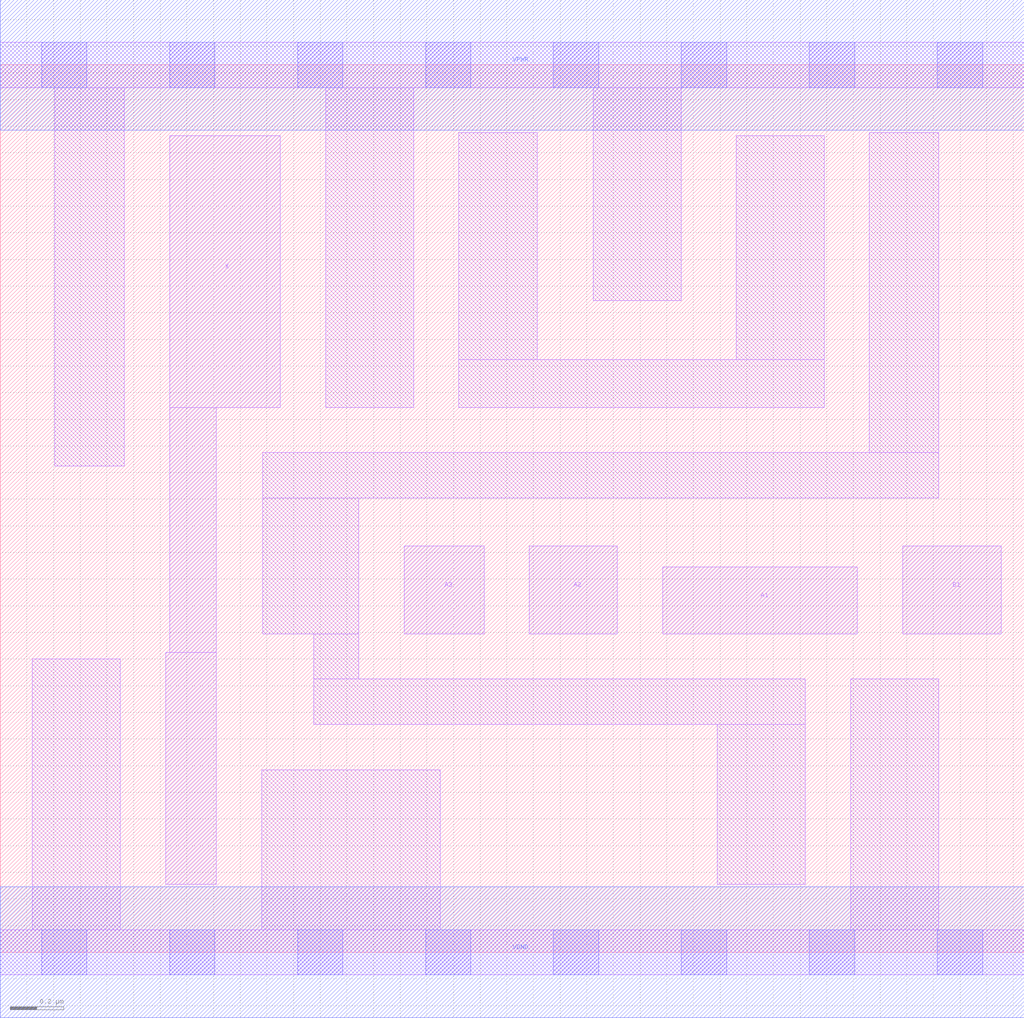
<source format=lef>
# Copyright 2020 The SkyWater PDK Authors
#
# Licensed under the Apache License, Version 2.0 (the "License");
# you may not use this file except in compliance with the License.
# You may obtain a copy of the License at
#
#     https://www.apache.org/licenses/LICENSE-2.0
#
# Unless required by applicable law or agreed to in writing, software
# distributed under the License is distributed on an "AS IS" BASIS,
# WITHOUT WARRANTIES OR CONDITIONS OF ANY KIND, either express or implied.
# See the License for the specific language governing permissions and
# limitations under the License.
#
# SPDX-License-Identifier: Apache-2.0

VERSION 5.7 ;
  NAMESCASESENSITIVE ON ;
  NOWIREEXTENSIONATPIN ON ;
  DIVIDERCHAR "/" ;
  BUSBITCHARS "[]" ;
UNITS
  DATABASE MICRONS 200 ;
END UNITS
MACRO sky130_fd_sc_lp__a31o_2
  CLASS CORE ;
  FOREIGN sky130_fd_sc_lp__a31o_2 ;
  ORIGIN  0.000000  0.000000 ;
  SIZE  3.840000 BY  3.330000 ;
  SYMMETRY X Y R90 ;
  SITE unit ;
  PIN A1
    ANTENNAGATEAREA  0.315000 ;
    DIRECTION INPUT ;
    USE SIGNAL ;
    PORT
      LAYER li1 ;
        RECT 2.485000 1.195000 3.215000 1.445000 ;
    END
  END A1
  PIN A2
    ANTENNAGATEAREA  0.315000 ;
    DIRECTION INPUT ;
    USE SIGNAL ;
    PORT
      LAYER li1 ;
        RECT 1.985000 1.195000 2.315000 1.525000 ;
    END
  END A2
  PIN A3
    ANTENNAGATEAREA  0.315000 ;
    DIRECTION INPUT ;
    USE SIGNAL ;
    PORT
      LAYER li1 ;
        RECT 1.515000 1.195000 1.815000 1.525000 ;
    END
  END A3
  PIN B1
    ANTENNAGATEAREA  0.315000 ;
    DIRECTION INPUT ;
    USE SIGNAL ;
    PORT
      LAYER li1 ;
        RECT 3.385000 1.195000 3.755000 1.525000 ;
    END
  END B1
  PIN X
    ANTENNADIFFAREA  0.588000 ;
    DIRECTION OUTPUT ;
    USE SIGNAL ;
    PORT
      LAYER li1 ;
        RECT 0.620000 0.255000 0.810000 1.125000 ;
        RECT 0.635000 1.125000 0.810000 2.045000 ;
        RECT 0.635000 2.045000 1.050000 3.065000 ;
    END
  END X
  PIN VGND
    DIRECTION INOUT ;
    USE GROUND ;
    PORT
      LAYER met1 ;
        RECT 0.000000 -0.245000 3.840000 0.245000 ;
    END
  END VGND
  PIN VPWR
    DIRECTION INOUT ;
    USE POWER ;
    PORT
      LAYER met1 ;
        RECT 0.000000 3.085000 3.840000 3.575000 ;
    END
  END VPWR
  OBS
    LAYER li1 ;
      RECT 0.000000 -0.085000 3.840000 0.085000 ;
      RECT 0.000000  3.245000 3.840000 3.415000 ;
      RECT 0.120000  0.085000 0.450000 1.100000 ;
      RECT 0.205000  1.825000 0.465000 3.245000 ;
      RECT 0.980000  0.085000 1.650000 0.685000 ;
      RECT 0.985000  1.195000 1.345000 1.705000 ;
      RECT 0.985000  1.705000 3.520000 1.875000 ;
      RECT 1.175000  0.855000 3.020000 1.025000 ;
      RECT 1.175000  1.025000 1.345000 1.195000 ;
      RECT 1.220000  2.045000 1.550000 3.245000 ;
      RECT 1.720000  2.045000 3.090000 2.225000 ;
      RECT 1.720000  2.225000 2.015000 3.075000 ;
      RECT 2.225000  2.445000 2.555000 3.245000 ;
      RECT 2.690000  0.255000 3.020000 0.855000 ;
      RECT 2.760000  2.225000 3.090000 3.065000 ;
      RECT 3.190000  0.085000 3.520000 1.025000 ;
      RECT 3.260000  1.875000 3.520000 3.075000 ;
    LAYER mcon ;
      RECT 0.155000 -0.085000 0.325000 0.085000 ;
      RECT 0.155000  3.245000 0.325000 3.415000 ;
      RECT 0.635000 -0.085000 0.805000 0.085000 ;
      RECT 0.635000  3.245000 0.805000 3.415000 ;
      RECT 1.115000 -0.085000 1.285000 0.085000 ;
      RECT 1.115000  3.245000 1.285000 3.415000 ;
      RECT 1.595000 -0.085000 1.765000 0.085000 ;
      RECT 1.595000  3.245000 1.765000 3.415000 ;
      RECT 2.075000 -0.085000 2.245000 0.085000 ;
      RECT 2.075000  3.245000 2.245000 3.415000 ;
      RECT 2.555000 -0.085000 2.725000 0.085000 ;
      RECT 2.555000  3.245000 2.725000 3.415000 ;
      RECT 3.035000 -0.085000 3.205000 0.085000 ;
      RECT 3.035000  3.245000 3.205000 3.415000 ;
      RECT 3.515000 -0.085000 3.685000 0.085000 ;
      RECT 3.515000  3.245000 3.685000 3.415000 ;
  END
END sky130_fd_sc_lp__a31o_2
END LIBRARY

</source>
